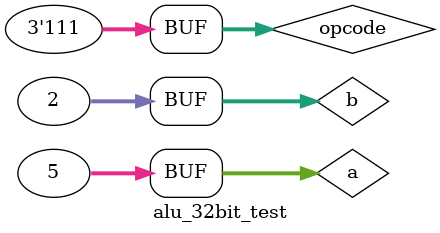
<source format=v>
module alu_32bit_test();

reg [2:0] opcode;
reg [31:0] a,b;
wire [31:0] r_i;
wire cout,zero;


alu_32bit alu32(opcode,a,b,r_i,zero,cout);

initial begin
  a=32'b00000000000000000000000000000101;
  b=32'b00000000000000000000000000000010;
  opcode[0]=1'b0;
  opcode[1]=1'b0;
  opcode[2]=1'b0;
#5;
  opcode[0]=1'b1;
  opcode[1]=1'b0;
  opcode[2]=1'b0;
#5;
  opcode[0]=1'b0;
  opcode[1]=1'b1;
  opcode[2]=1'b0;
#5;
  opcode[0]=1'b0;
  opcode[1]=1'b1;
  opcode[2]=1'b1;
#5;
  opcode[0]=1'b1;
  opcode[1]=1'b1;
  opcode[2]=1'b1;
 #5;

end

initial begin
  $monitor("Time:%2d , opcode:%3b , a:%32b, b:%32b , result:%32b , zero:%1b , c_out:%1b",$time,opcode,a,b,r_i,zero,cout);
end


endmodule

</source>
